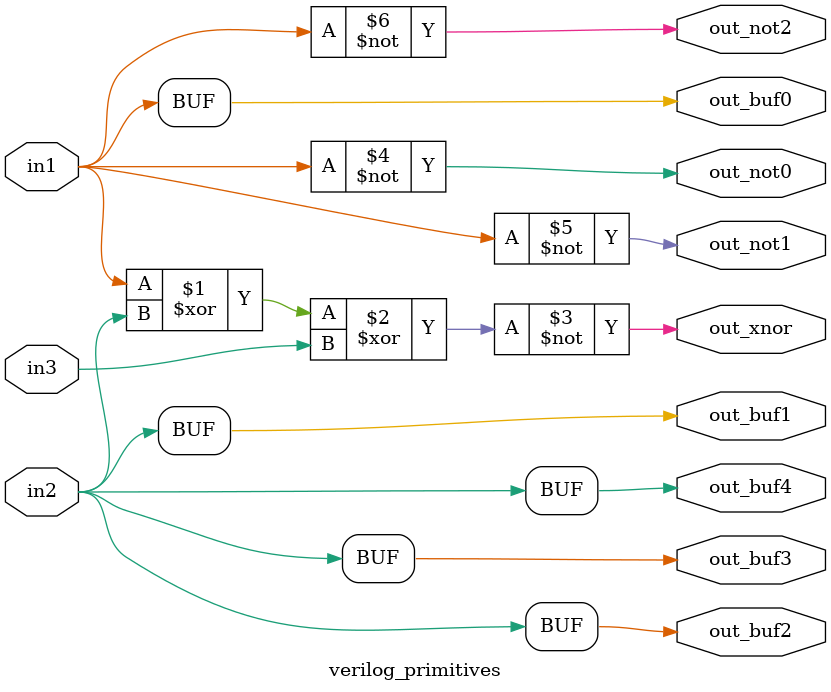
<source format=v>
module verilog_primitives (
	input wire in1, in2, in3,
	output wire out_buf0, out_buf1, out_buf2, out_buf3, out_buf4,
	output wire out_not0, out_not1, out_not2,
	output wire out_xnor
);

buf u_buf0 (out_buf0, in1);
buf u_buf1 (out_buf1, out_buf2, out_buf3, out_buf4, in2);

not u_not0 (out_not0, out_not1, out_not2, in1);

xnor u_xnor0 (out_xnor, in1, in2, in3);

endmodule

</source>
